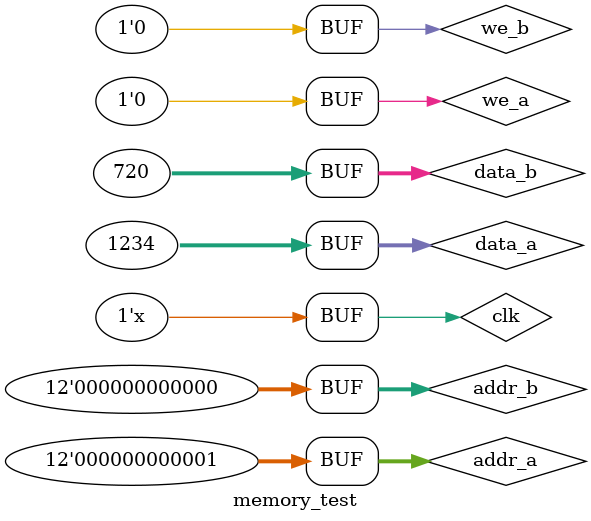
<source format=v>
`timescale 1ns / 1ps


module memory_test;

	// Inputs
	reg [31:0] data_a;
	reg [31:0] data_b;
	reg [11:0] addr_a;
	reg [11:0] addr_b;
	reg we_a;
	reg we_b;
	reg clk;

	// Outputs
	wire [31:0] q_a;
	wire [31:0] q_b;

	// Instantiate the Unit Under Test (UUT)
	memory uut (
		.data_a(data_a), 
		.data_b(data_b), 
		.addr_a(addr_a), 
		.addr_b(addr_b), 
		.we_a(we_a), 
		.we_b(we_b), 
		.clk(clk), 
		.q_a(q_a), 
		.q_b(q_b)
	);

	initial begin
		// Initialize Inputs
		data_a = 0;
		data_b = 0;
		addr_a = 0;
		addr_b = 0;
		we_a = 0;
		we_b = 0;
		clk = 0;

		#13
		we_a = 1;
		we_b = 1;
		data_a = 32'd1234;
		data_b = 32'd720;
		addr_a = 0;
		addr_b = 1;

		#20
		we_a = 0;
		we_b = 0;
		addr_a = 1;
		addr_b = 0;


	end
      
	always #10 clk = ~clk;

endmodule


</source>
